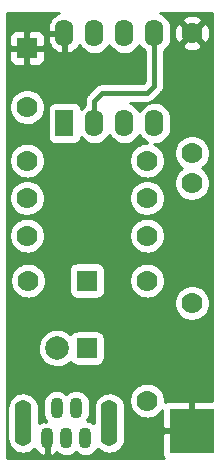
<source format=gtl>
G04 #@! TF.FileFunction,Copper,L1,Top,Signal*
%FSLAX46Y46*%
G04 Gerber Fmt 4.6, Leading zero omitted, Abs format (unit mm)*
G04 Created by KiCad (PCBNEW 4.0.0-rc1-stable) date mar 10 nov 2015 21:40:48 CET*
%MOMM*%
G01*
G04 APERTURE LIST*
%ADD10C,0.100000*%
%ADD11R,1.778000X1.778000*%
%ADD12C,1.778000*%
%ADD13R,1.699260X1.699260*%
%ADD14C,1.998980*%
%ADD15R,1.574800X2.286000*%
%ADD16O,1.574800X2.286000*%
%ADD17O,1.092200X1.778000*%
%ADD18O,1.397000X3.911600*%
%ADD19R,3.810000X3.810000*%
%ADD20C,0.381000*%
%ADD21C,0.254000*%
G04 APERTURE END LIST*
D10*
D11*
X133985000Y-85090000D03*
D12*
X133985000Y-90090000D03*
D11*
X139065000Y-104775000D03*
D12*
X134065000Y-104775000D03*
D13*
X139066340Y-110490000D03*
D14*
X136526340Y-110490000D03*
D15*
X137160000Y-91440000D03*
D16*
X139700000Y-91440000D03*
X142240000Y-91440000D03*
X144780000Y-91440000D03*
X144780000Y-83820000D03*
X142240000Y-83820000D03*
X139700000Y-83820000D03*
X137160000Y-83820000D03*
D12*
X147955000Y-83820000D03*
X147955000Y-93980000D03*
X144145000Y-100965000D03*
X133985000Y-100965000D03*
X133985000Y-94615000D03*
X144145000Y-94615000D03*
X133985000Y-97790000D03*
X144145000Y-97790000D03*
X144145000Y-114935000D03*
X144145000Y-104775000D03*
X147955000Y-96520000D03*
X147955000Y-106680000D03*
D17*
X135686800Y-118135400D03*
X136499600Y-115544600D03*
X137312400Y-118110000D03*
X138125200Y-115544600D03*
X138938000Y-118135400D03*
D18*
X140970000Y-116840000D03*
X133654800Y-116840000D03*
D19*
X147955000Y-117475000D03*
D20*
X139700000Y-91440000D02*
X139700000Y-89535000D01*
X139700000Y-89535000D02*
X140335000Y-88900000D01*
X140335000Y-88900000D02*
X144145000Y-88900000D01*
X144145000Y-88900000D02*
X144780000Y-88265000D01*
X144780000Y-88265000D02*
X144780000Y-83820000D01*
D21*
X132270500Y-82105500D02*
X136723996Y-82105500D01*
X145205088Y-82105500D02*
X149669500Y-82105500D01*
X132270500Y-82308700D02*
X136332219Y-82308700D01*
X145614230Y-82308700D02*
X147757788Y-82308700D01*
X148196671Y-82308700D02*
X149669500Y-82308700D01*
X132270500Y-82511900D02*
X136103511Y-82511900D01*
X145836903Y-82511900D02*
X147160341Y-82511900D01*
X148749660Y-82511900D02*
X149669500Y-82511900D01*
X132270500Y-82715100D02*
X135951883Y-82715100D01*
X145989444Y-82715100D02*
X147094213Y-82715100D01*
X148815788Y-82715100D02*
X149669500Y-82715100D01*
X132270500Y-82918300D02*
X135847838Y-82918300D01*
X146096445Y-82918300D02*
X147232905Y-82918300D01*
X148677095Y-82918300D02*
X149669500Y-82918300D01*
X132270500Y-83121500D02*
X135778501Y-83121500D01*
X146157795Y-83121500D02*
X146599788Y-83121500D01*
X147076895Y-83121500D02*
X147436105Y-83121500D01*
X148473895Y-83121500D02*
X148833105Y-83121500D01*
X149315481Y-83121500D02*
X149669500Y-83121500D01*
X132270500Y-83324700D02*
X135740006Y-83324700D01*
X146189547Y-83324700D02*
X146508670Y-83324700D01*
X147280095Y-83324700D02*
X147639305Y-83324700D01*
X148270695Y-83324700D02*
X148629905Y-83324700D01*
X149396312Y-83324700D02*
X149669500Y-83324700D01*
X132270500Y-83527900D02*
X135737600Y-83527900D01*
X146202400Y-83527900D02*
X146456618Y-83527900D01*
X147483295Y-83527900D02*
X147842505Y-83527900D01*
X148067495Y-83527900D02*
X148426705Y-83527900D01*
X149452742Y-83527900D02*
X149669500Y-83527900D01*
X132270500Y-83731100D02*
X132667874Y-83731100D01*
X133858000Y-83731100D02*
X134112000Y-83731100D01*
X135302126Y-83731100D02*
X137307000Y-83731100D01*
X146202400Y-83731100D02*
X146433584Y-83731100D01*
X147686495Y-83731100D02*
X148223505Y-83731100D01*
X149481777Y-83731100D02*
X149669500Y-83731100D01*
X132270500Y-83934300D02*
X132519152Y-83934300D01*
X133858000Y-83934300D02*
X134112000Y-83934300D01*
X135450849Y-83934300D02*
X137307000Y-83934300D01*
X146202400Y-83934300D02*
X146431852Y-83934300D01*
X147661095Y-83934300D02*
X148248905Y-83934300D01*
X149475033Y-83934300D02*
X149669500Y-83934300D01*
X132270500Y-84137500D02*
X132461191Y-84137500D01*
X133858000Y-84137500D02*
X134112000Y-84137500D01*
X135508810Y-84137500D02*
X135737600Y-84137500D01*
X137033000Y-84137500D02*
X137287000Y-84137500D01*
X146202400Y-84137500D02*
X146460888Y-84137500D01*
X147457895Y-84137500D02*
X147817105Y-84137500D01*
X148092895Y-84137500D02*
X148452105Y-84137500D01*
X149446875Y-84137500D02*
X149669500Y-84137500D01*
X132270500Y-84340700D02*
X132461000Y-84340700D01*
X133858000Y-84340700D02*
X134112000Y-84340700D01*
X135509000Y-84340700D02*
X135744817Y-84340700D01*
X137033000Y-84340700D02*
X137287000Y-84340700D01*
X146186934Y-84340700D02*
X146522624Y-84340700D01*
X147254695Y-84340700D02*
X147613905Y-84340700D01*
X148296095Y-84340700D02*
X148655305Y-84340700D01*
X149394824Y-84340700D02*
X149669500Y-84340700D01*
X132270500Y-84543900D02*
X132461000Y-84543900D01*
X133858000Y-84543900D02*
X134112000Y-84543900D01*
X135509000Y-84543900D02*
X135783312Y-84543900D01*
X137033000Y-84543900D02*
X137287000Y-84543900D01*
X146151026Y-84543900D02*
X146608095Y-84543900D01*
X147051495Y-84543900D02*
X147410705Y-84543900D01*
X148499295Y-84543900D02*
X148858505Y-84543900D01*
X149298033Y-84543900D02*
X149669500Y-84543900D01*
X132270500Y-84747100D02*
X132461000Y-84747100D01*
X133858000Y-84747100D02*
X134112000Y-84747100D01*
X135509000Y-84747100D02*
X135858088Y-84747100D01*
X137033000Y-84747100D02*
X137287000Y-84747100D01*
X146085973Y-84747100D02*
X147207505Y-84747100D01*
X148702495Y-84747100D02*
X149669500Y-84747100D01*
X132270500Y-84950300D02*
X132607050Y-84950300D01*
X133858000Y-84950300D02*
X134112000Y-84950300D01*
X135362950Y-84950300D02*
X135968520Y-84950300D01*
X137033000Y-84950300D02*
X137287000Y-84950300D01*
X138351479Y-84950300D02*
X138504062Y-84950300D01*
X140894263Y-84950300D02*
X141044062Y-84950300D01*
X143434263Y-84950300D02*
X143584062Y-84950300D01*
X145974263Y-84950300D02*
X147102478Y-84950300D01*
X148807521Y-84950300D02*
X149669500Y-84950300D01*
X132270500Y-85153500D02*
X136128450Y-85153500D01*
X137033000Y-85153500D02*
X137287000Y-85153500D01*
X138191549Y-85153500D02*
X138663813Y-85153500D01*
X140734612Y-85153500D02*
X141203813Y-85153500D01*
X143274612Y-85153500D02*
X143743813Y-85153500D01*
X145814612Y-85153500D02*
X147211218Y-85153500D01*
X148703977Y-85153500D02*
X149669500Y-85153500D01*
X132270500Y-85356700D02*
X132480050Y-85356700D01*
X133858000Y-85356700D02*
X134112000Y-85356700D01*
X135489950Y-85356700D02*
X136369491Y-85356700D01*
X137033000Y-85356700D02*
X137287000Y-85356700D01*
X137950508Y-85356700D02*
X138896473Y-85356700D01*
X140500889Y-85356700D02*
X141436473Y-85356700D01*
X143040889Y-85356700D02*
X143954500Y-85356700D01*
X145605500Y-85356700D02*
X149669500Y-85356700D01*
X132270500Y-85559900D02*
X132461000Y-85559900D01*
X133858000Y-85559900D02*
X134112000Y-85559900D01*
X135509000Y-85559900D02*
X139356966Y-85559900D01*
X140039608Y-85559900D02*
X141896966Y-85559900D01*
X142579608Y-85559900D02*
X143954500Y-85559900D01*
X145605500Y-85559900D02*
X149669500Y-85559900D01*
X132270500Y-85763100D02*
X132461000Y-85763100D01*
X133858000Y-85763100D02*
X134112000Y-85763100D01*
X135509000Y-85763100D02*
X143954500Y-85763100D01*
X145605500Y-85763100D02*
X149669500Y-85763100D01*
X132270500Y-85966300D02*
X132461000Y-85966300D01*
X133858000Y-85966300D02*
X134112000Y-85966300D01*
X135509000Y-85966300D02*
X143954500Y-85966300D01*
X145605500Y-85966300D02*
X149669500Y-85966300D01*
X132270500Y-86169500D02*
X132487588Y-86169500D01*
X133858000Y-86169500D02*
X134112000Y-86169500D01*
X135482411Y-86169500D02*
X143954500Y-86169500D01*
X145605500Y-86169500D02*
X149669500Y-86169500D01*
X132270500Y-86372700D02*
X132595353Y-86372700D01*
X133858000Y-86372700D02*
X134112000Y-86372700D01*
X135374646Y-86372700D02*
X143954500Y-86372700D01*
X145605500Y-86372700D02*
X149669500Y-86372700D01*
X132270500Y-86575900D02*
X132877709Y-86575900D01*
X133737350Y-86575900D02*
X134232650Y-86575900D01*
X135092290Y-86575900D02*
X143954500Y-86575900D01*
X145605500Y-86575900D02*
X149669500Y-86575900D01*
X132270500Y-86779100D02*
X143954500Y-86779100D01*
X145605500Y-86779100D02*
X149669500Y-86779100D01*
X132270500Y-86982300D02*
X143954500Y-86982300D01*
X145605500Y-86982300D02*
X149669500Y-86982300D01*
X132270500Y-87185500D02*
X143954500Y-87185500D01*
X145605500Y-87185500D02*
X149669500Y-87185500D01*
X132270500Y-87388700D02*
X143954500Y-87388700D01*
X145605500Y-87388700D02*
X149669500Y-87388700D01*
X132270500Y-87591900D02*
X143954500Y-87591900D01*
X145605500Y-87591900D02*
X149669500Y-87591900D01*
X132270500Y-87795100D02*
X143954500Y-87795100D01*
X145605500Y-87795100D02*
X149669500Y-87795100D01*
X132270500Y-87998300D02*
X143879267Y-87998300D01*
X145605500Y-87998300D02*
X149669500Y-87998300D01*
X132270500Y-88201500D02*
X139897318Y-88201500D01*
X145605500Y-88201500D02*
X149669500Y-88201500D01*
X132270500Y-88404700D02*
X139662867Y-88404700D01*
X145591597Y-88404700D02*
X149669500Y-88404700D01*
X132270500Y-88607900D02*
X133620947Y-88607900D01*
X134344247Y-88607900D02*
X139459667Y-88607900D01*
X145529014Y-88607900D02*
X149669500Y-88607900D01*
X132270500Y-88811100D02*
X133156005Y-88811100D01*
X134814427Y-88811100D02*
X139256467Y-88811100D01*
X145394615Y-88811100D02*
X149669500Y-88811100D01*
X132270500Y-89014300D02*
X132905185Y-89014300D01*
X135064654Y-89014300D02*
X139064449Y-89014300D01*
X145198133Y-89014300D02*
X149669500Y-89014300D01*
X132270500Y-89217500D02*
X132735316Y-89217500D01*
X135235096Y-89217500D02*
X138938032Y-89217500D01*
X144994933Y-89217500D02*
X149669500Y-89217500D01*
X132270500Y-89420700D02*
X132613712Y-89420700D01*
X135357582Y-89420700D02*
X138885823Y-89420700D01*
X144791733Y-89420700D02*
X149669500Y-89420700D01*
X132270500Y-89623900D02*
X132526621Y-89623900D01*
X135441335Y-89623900D02*
X138874500Y-89623900D01*
X144533680Y-89623900D02*
X149669500Y-89623900D01*
X132270500Y-89827100D02*
X132482768Y-89827100D01*
X135486599Y-89827100D02*
X135943053Y-89827100D01*
X138369955Y-89827100D02*
X138874500Y-89827100D01*
X142906907Y-89827100D02*
X144113015Y-89827100D01*
X145446907Y-89827100D02*
X149669500Y-89827100D01*
X132270500Y-90030300D02*
X132461620Y-90030300D01*
X135507812Y-90030300D02*
X135799881Y-90030300D01*
X138526132Y-90030300D02*
X138741155Y-90030300D01*
X143197043Y-90030300D02*
X143821155Y-90030300D01*
X145737043Y-90030300D02*
X149669500Y-90030300D01*
X132270500Y-90233500D02*
X132461815Y-90233500D01*
X135504975Y-90233500D02*
X135743553Y-90233500D01*
X143379766Y-90233500D02*
X143638823Y-90233500D01*
X145919766Y-90233500D02*
X149669500Y-90233500D01*
X132270500Y-90436700D02*
X132499109Y-90436700D01*
X135469136Y-90436700D02*
X135734528Y-90436700D01*
X143503465Y-90436700D02*
X143515917Y-90436700D01*
X146043466Y-90436700D02*
X149669500Y-90436700D01*
X132270500Y-90639900D02*
X132563546Y-90639900D01*
X135408466Y-90639900D02*
X135734528Y-90639900D01*
X146127120Y-90639900D02*
X149669500Y-90639900D01*
X132270500Y-90843100D02*
X132657199Y-90843100D01*
X135317995Y-90843100D02*
X135734528Y-90843100D01*
X146179585Y-90843100D02*
X149669500Y-90843100D01*
X132270500Y-91046300D02*
X132789787Y-91046300D01*
X135175515Y-91046300D02*
X135734528Y-91046300D01*
X146199508Y-91046300D02*
X149669500Y-91046300D01*
X132270500Y-91249500D02*
X132986015Y-91249500D01*
X134977413Y-91249500D02*
X135734528Y-91249500D01*
X146202400Y-91249500D02*
X149669500Y-91249500D01*
X132270500Y-91452700D02*
X133297255Y-91452700D01*
X134682053Y-91452700D02*
X135734528Y-91452700D01*
X146202400Y-91452700D02*
X149669500Y-91452700D01*
X132270500Y-91655900D02*
X135734528Y-91655900D01*
X146202400Y-91655900D02*
X149669500Y-91655900D01*
X132270500Y-91859100D02*
X135734528Y-91859100D01*
X146198330Y-91859100D02*
X149669500Y-91859100D01*
X132270500Y-92062300D02*
X135734528Y-92062300D01*
X146175538Y-92062300D02*
X149669500Y-92062300D01*
X132270500Y-92265500D02*
X135734528Y-92265500D01*
X146118797Y-92265500D02*
X149669500Y-92265500D01*
X132270500Y-92468700D02*
X135734528Y-92468700D01*
X140950119Y-92468700D02*
X140990040Y-92468700D01*
X143490119Y-92468700D02*
X143530040Y-92468700D01*
X146030118Y-92468700D02*
X147744018Y-92468700D01*
X148171997Y-92468700D02*
X149669500Y-92468700D01*
X132270500Y-92671900D02*
X135741617Y-92671900D01*
X138572838Y-92671900D02*
X138580949Y-92671900D01*
X140819864Y-92671900D02*
X141120950Y-92671900D01*
X143359864Y-92671900D02*
X143660950Y-92671900D01*
X145899864Y-92671900D02*
X147170627Y-92671900D01*
X148741136Y-92671900D02*
X149669500Y-92671900D01*
X132270500Y-92875100D02*
X135808533Y-92875100D01*
X138508670Y-92875100D02*
X138773660Y-92875100D01*
X140627253Y-92875100D02*
X141313660Y-92875100D01*
X143167253Y-92875100D02*
X143853660Y-92875100D01*
X145707253Y-92875100D02*
X146905003Y-92875100D01*
X149005657Y-92875100D02*
X149669500Y-92875100D01*
X132270500Y-93078300D02*
X135979847Y-93078300D01*
X138343857Y-93078300D02*
X139080070Y-93078300D01*
X140318399Y-93078300D02*
X141620070Y-93078300D01*
X142858399Y-93078300D02*
X144160070Y-93078300D01*
X145398399Y-93078300D02*
X146725309Y-93078300D01*
X149185696Y-93078300D02*
X149669500Y-93078300D01*
X132270500Y-93281500D02*
X133239442Y-93281500D01*
X134733479Y-93281500D02*
X143399442Y-93281500D01*
X144893479Y-93281500D02*
X146596227Y-93281500D01*
X149315547Y-93281500D02*
X149669500Y-93281500D01*
X132270500Y-93484700D02*
X132960941Y-93484700D01*
X135010434Y-93484700D02*
X143120941Y-93484700D01*
X145170434Y-93484700D02*
X146509136Y-93484700D01*
X149399300Y-93484700D02*
X149669500Y-93484700D01*
X132270500Y-93687900D02*
X132772701Y-93687900D01*
X135198820Y-93687900D02*
X142932701Y-93687900D01*
X145358820Y-93687900D02*
X146458975Y-93687900D01*
X149450817Y-93687900D02*
X149669500Y-93687900D01*
X132270500Y-93891100D02*
X132637114Y-93891100D01*
X135333826Y-93891100D02*
X142797114Y-93891100D01*
X145493826Y-93891100D02*
X146432028Y-93891100D01*
X149478219Y-93891100D02*
X149669500Y-93891100D01*
X132270500Y-94094300D02*
X132550022Y-94094300D01*
X135418831Y-94094300D02*
X142710022Y-94094300D01*
X145578831Y-94094300D02*
X146429191Y-94094300D01*
X149475382Y-94094300D02*
X149669500Y-94094300D01*
X132270500Y-94297500D02*
X132494374Y-94297500D01*
X135475788Y-94297500D02*
X142654374Y-94297500D01*
X145635788Y-94297500D02*
X146463750Y-94297500D01*
X149445770Y-94297500D02*
X149669500Y-94297500D01*
X132270500Y-94500700D02*
X132462383Y-94500700D01*
X135508574Y-94500700D02*
X142622383Y-94500700D01*
X145668574Y-94500700D02*
X146521985Y-94500700D01*
X149391466Y-94500700D02*
X149669500Y-94500700D01*
X132270500Y-94703900D02*
X132459545Y-94703900D01*
X135505737Y-94703900D02*
X142619545Y-94703900D01*
X145665737Y-94703900D02*
X146608381Y-94703900D01*
X149300996Y-94703900D02*
X149669500Y-94703900D01*
X132270500Y-94907100D02*
X132489088Y-94907100D01*
X135481541Y-94907100D02*
X142649088Y-94907100D01*
X145641541Y-94907100D02*
X146739334Y-94907100D01*
X149166113Y-94907100D02*
X149669500Y-94907100D01*
X132270500Y-95110300D02*
X132541929Y-95110300D01*
X135432775Y-95110300D02*
X142701929Y-95110300D01*
X145592775Y-95110300D02*
X146927817Y-95110300D01*
X148978076Y-95110300D02*
X149669500Y-95110300D01*
X132270500Y-95313500D02*
X132622381Y-95313500D01*
X135342305Y-95313500D02*
X142782381Y-95313500D01*
X145502305Y-95313500D02*
X147015366Y-95313500D01*
X148891764Y-95313500D02*
X149669500Y-95313500D01*
X132270500Y-95516700D02*
X132752965Y-95516700D01*
X135214031Y-95516700D02*
X142912965Y-95516700D01*
X145374031Y-95516700D02*
X146801253Y-95516700D01*
X149106550Y-95516700D02*
X149669500Y-95516700D01*
X132270500Y-95719900D02*
X132933289Y-95719900D01*
X135034749Y-95719900D02*
X143093289Y-95719900D01*
X145194749Y-95719900D02*
X146655743Y-95719900D01*
X149253199Y-95719900D02*
X149669500Y-95719900D01*
X132270500Y-95923100D02*
X133196653Y-95923100D01*
X134768088Y-95923100D02*
X143356653Y-95923100D01*
X144928088Y-95923100D02*
X146552681Y-95923100D01*
X149357423Y-95923100D02*
X149669500Y-95923100D01*
X132270500Y-96126300D02*
X133761371Y-96126300D01*
X134190735Y-96126300D02*
X143921371Y-96126300D01*
X144350735Y-96126300D02*
X146480571Y-96126300D01*
X149430700Y-96126300D02*
X149669500Y-96126300D01*
X132270500Y-96329500D02*
X133531424Y-96329500D01*
X134443521Y-96329500D02*
X143691424Y-96329500D01*
X144603521Y-96329500D02*
X146437379Y-96329500D01*
X149470935Y-96329500D02*
X149669500Y-96329500D01*
X132270500Y-96532700D02*
X133122996Y-96532700D01*
X134846450Y-96532700D02*
X143282996Y-96532700D01*
X145006450Y-96532700D02*
X146430610Y-96532700D01*
X149476801Y-96532700D02*
X149669500Y-96532700D01*
X132270500Y-96735900D02*
X132883128Y-96735900D01*
X135086104Y-96735900D02*
X143043128Y-96735900D01*
X145246104Y-96735900D02*
X146445103Y-96735900D01*
X149468853Y-96735900D02*
X149669500Y-96735900D01*
X132270500Y-96939100D02*
X132720526Y-96939100D01*
X135249447Y-96939100D02*
X142880526Y-96939100D01*
X145409447Y-96939100D02*
X146482397Y-96939100D01*
X149422687Y-96939100D02*
X149669500Y-96939100D01*
X132270500Y-97142300D02*
X132604454Y-97142300D01*
X135366485Y-97142300D02*
X142764454Y-97142300D01*
X145526485Y-97142300D02*
X146562212Y-97142300D01*
X149346231Y-97142300D02*
X149669500Y-97142300D01*
X132270500Y-97345500D02*
X132521368Y-97345500D01*
X135450238Y-97345500D02*
X142681368Y-97345500D01*
X145610238Y-97345500D02*
X146673857Y-97345500D01*
X149237784Y-97345500D02*
X149669500Y-97345500D01*
X132270500Y-97548700D02*
X132478177Y-97548700D01*
X135490876Y-97548700D02*
X142638177Y-97548700D01*
X145650876Y-97548700D02*
X146829703Y-97548700D01*
X149084767Y-97548700D02*
X149669500Y-97548700D01*
X132270500Y-97751900D02*
X132461319Y-97751900D01*
X135507510Y-97751900D02*
X142621319Y-97751900D01*
X145667510Y-97751900D02*
X147057015Y-97751900D01*
X148858160Y-97751900D02*
X149669500Y-97751900D01*
X132270500Y-97955100D02*
X132465780Y-97955100D01*
X135504673Y-97955100D02*
X142625780Y-97955100D01*
X145664673Y-97955100D02*
X147432972Y-97955100D01*
X148469587Y-97955100D02*
X149669500Y-97955100D01*
X132270500Y-98158300D02*
X132503074Y-98158300D01*
X135464228Y-98158300D02*
X142663074Y-98158300D01*
X145624228Y-98158300D02*
X149669500Y-98158300D01*
X132270500Y-98361500D02*
X132572099Y-98361500D01*
X135398849Y-98361500D02*
X142732099Y-98361500D01*
X145558849Y-98361500D02*
X149669500Y-98361500D01*
X132270500Y-98564700D02*
X132671119Y-98564700D01*
X135303619Y-98564700D02*
X142831119Y-98564700D01*
X145463619Y-98564700D02*
X149669500Y-98564700D01*
X132270500Y-98767900D02*
X132810646Y-98767900D01*
X135160277Y-98767900D02*
X142970646Y-98767900D01*
X145320277Y-98767900D02*
X149669500Y-98767900D01*
X132270500Y-98971100D02*
X133013924Y-98971100D01*
X134954731Y-98971100D02*
X143173924Y-98971100D01*
X145114731Y-98971100D02*
X149669500Y-98971100D01*
X132270500Y-99174300D02*
X133346695Y-99174300D01*
X134630558Y-99174300D02*
X143506695Y-99174300D01*
X144790558Y-99174300D02*
X149669500Y-99174300D01*
X132270500Y-99377500D02*
X149669500Y-99377500D01*
X132270500Y-99580700D02*
X133342821Y-99580700D01*
X134624795Y-99580700D02*
X143502821Y-99580700D01*
X144784795Y-99580700D02*
X149669500Y-99580700D01*
X132270500Y-99783900D02*
X133012816Y-99783900D01*
X134959422Y-99783900D02*
X143172816Y-99783900D01*
X145119422Y-99783900D02*
X149669500Y-99783900D01*
X132270500Y-99987100D02*
X132807484Y-99987100D01*
X135161773Y-99987100D02*
X142967484Y-99987100D01*
X145321773Y-99987100D02*
X149669500Y-99987100D01*
X132270500Y-100190300D02*
X132668351Y-100190300D01*
X135300075Y-100190300D02*
X142828351Y-100190300D01*
X145460075Y-100190300D02*
X149669500Y-100190300D01*
X132270500Y-100393500D02*
X132571795Y-100393500D01*
X135397892Y-100393500D02*
X142731795Y-100393500D01*
X145557892Y-100393500D02*
X149669500Y-100393500D01*
X132270500Y-100596700D02*
X132505172Y-100596700D01*
X135465729Y-100596700D02*
X142665172Y-100596700D01*
X145625729Y-100596700D02*
X149669500Y-100596700D01*
X132270500Y-100799900D02*
X132463092Y-100799900D01*
X135505964Y-100799900D02*
X142623092Y-100799900D01*
X145665964Y-100799900D02*
X149669500Y-100799900D01*
X132270500Y-101003100D02*
X132460255Y-101003100D01*
X135506446Y-101003100D02*
X142620255Y-101003100D01*
X145666446Y-101003100D02*
X149669500Y-101003100D01*
X132270500Y-101206300D02*
X132479765Y-101206300D01*
X135493082Y-101206300D02*
X142639765Y-101206300D01*
X145653082Y-101206300D02*
X149669500Y-101206300D01*
X132270500Y-101409500D02*
X132521816Y-101409500D01*
X135446916Y-101409500D02*
X142681816Y-101409500D01*
X145606916Y-101409500D02*
X149669500Y-101409500D01*
X132270500Y-101612700D02*
X132602268Y-101612700D01*
X135364922Y-101612700D02*
X142762268Y-101612700D01*
X145524922Y-101612700D02*
X149669500Y-101612700D01*
X132270500Y-101815900D02*
X132720226Y-101815900D01*
X135249866Y-101815900D02*
X142880226Y-101815900D01*
X145409866Y-101815900D02*
X149669500Y-101815900D01*
X132270500Y-102019100D02*
X132884231Y-102019100D01*
X135088094Y-102019100D02*
X143044231Y-102019100D01*
X145248094Y-102019100D02*
X149669500Y-102019100D01*
X132270500Y-102222300D02*
X133123561Y-102222300D01*
X134848136Y-102222300D02*
X143283561Y-102222300D01*
X145008136Y-102222300D02*
X149669500Y-102222300D01*
X132270500Y-102425500D02*
X133530322Y-102425500D01*
X134434102Y-102425500D02*
X143690322Y-102425500D01*
X144594102Y-102425500D02*
X149669500Y-102425500D01*
X132270500Y-102628700D02*
X149669500Y-102628700D01*
X132270500Y-102831900D02*
X149669500Y-102831900D01*
X132270500Y-103035100D02*
X149669500Y-103035100D01*
X132270500Y-103238300D02*
X149669500Y-103238300D01*
X132270500Y-103441500D02*
X133319442Y-103441500D01*
X134813479Y-103441500D02*
X137724804Y-103441500D01*
X140406357Y-103441500D02*
X143399442Y-103441500D01*
X144893479Y-103441500D02*
X149669500Y-103441500D01*
X132270500Y-103644700D02*
X133040941Y-103644700D01*
X135090434Y-103644700D02*
X137591831Y-103644700D01*
X140540598Y-103644700D02*
X143120941Y-103644700D01*
X145170434Y-103644700D02*
X149669500Y-103644700D01*
X132270500Y-103847900D02*
X132852701Y-103847900D01*
X135278820Y-103847900D02*
X137543343Y-103847900D01*
X140589034Y-103847900D02*
X142932701Y-103847900D01*
X145358820Y-103847900D02*
X149669500Y-103847900D01*
X132270500Y-104051100D02*
X132717114Y-104051100D01*
X135413826Y-104051100D02*
X137537928Y-104051100D01*
X140592072Y-104051100D02*
X142797114Y-104051100D01*
X145493826Y-104051100D02*
X149669500Y-104051100D01*
X132270500Y-104254300D02*
X132630022Y-104254300D01*
X135498831Y-104254300D02*
X137537928Y-104254300D01*
X140592072Y-104254300D02*
X142710022Y-104254300D01*
X145578831Y-104254300D02*
X149669500Y-104254300D01*
X132270500Y-104457500D02*
X132574374Y-104457500D01*
X135555788Y-104457500D02*
X137537928Y-104457500D01*
X140592072Y-104457500D02*
X142654374Y-104457500D01*
X145635788Y-104457500D02*
X149669500Y-104457500D01*
X132270500Y-104660700D02*
X132542383Y-104660700D01*
X135588574Y-104660700D02*
X137537928Y-104660700D01*
X140592072Y-104660700D02*
X142622383Y-104660700D01*
X145668574Y-104660700D02*
X149669500Y-104660700D01*
X132270500Y-104863900D02*
X132539545Y-104863900D01*
X135585737Y-104863900D02*
X137537928Y-104863900D01*
X140592072Y-104863900D02*
X142619545Y-104863900D01*
X145665737Y-104863900D02*
X149669500Y-104863900D01*
X132270500Y-105067100D02*
X132569088Y-105067100D01*
X135561541Y-105067100D02*
X137537928Y-105067100D01*
X140592072Y-105067100D02*
X142649088Y-105067100D01*
X145641541Y-105067100D02*
X149669500Y-105067100D01*
X132270500Y-105270300D02*
X132621929Y-105270300D01*
X135512775Y-105270300D02*
X137537928Y-105270300D01*
X140592072Y-105270300D02*
X142701929Y-105270300D01*
X145592775Y-105270300D02*
X147375689Y-105270300D01*
X148534370Y-105270300D02*
X149669500Y-105270300D01*
X132270500Y-105473500D02*
X132702381Y-105473500D01*
X135422305Y-105473500D02*
X137537928Y-105473500D01*
X140592072Y-105473500D02*
X142782381Y-105473500D01*
X145502305Y-105473500D02*
X147015366Y-105473500D01*
X148891765Y-105473500D02*
X149669500Y-105473500D01*
X132270500Y-105676700D02*
X132832965Y-105676700D01*
X135294031Y-105676700D02*
X137538940Y-105676700D01*
X140590267Y-105676700D02*
X142912965Y-105676700D01*
X145374031Y-105676700D02*
X146801253Y-105676700D01*
X149106550Y-105676700D02*
X149669500Y-105676700D01*
X132270500Y-105879900D02*
X133013289Y-105879900D01*
X135114749Y-105879900D02*
X137581536Y-105879900D01*
X140549619Y-105879900D02*
X143093289Y-105879900D01*
X145194749Y-105879900D02*
X146655743Y-105879900D01*
X149253199Y-105879900D02*
X149669500Y-105879900D01*
X132270500Y-106083100D02*
X133276653Y-106083100D01*
X134848088Y-106083100D02*
X137695620Y-106083100D01*
X140426844Y-106083100D02*
X143356653Y-106083100D01*
X144928088Y-106083100D02*
X146552681Y-106083100D01*
X149357423Y-106083100D02*
X149669500Y-106083100D01*
X132270500Y-106286300D02*
X133841371Y-106286300D01*
X134270735Y-106286300D02*
X138065015Y-106286300D01*
X140080011Y-106286300D02*
X143921371Y-106286300D01*
X144350735Y-106286300D02*
X146480571Y-106286300D01*
X149430700Y-106286300D02*
X149669500Y-106286300D01*
X132270500Y-106489500D02*
X146437379Y-106489500D01*
X149470935Y-106489500D02*
X149669500Y-106489500D01*
X132270500Y-106692700D02*
X146430610Y-106692700D01*
X149476801Y-106692700D02*
X149669500Y-106692700D01*
X132270500Y-106895900D02*
X146445103Y-106895900D01*
X149468853Y-106895900D02*
X149669500Y-106895900D01*
X132270500Y-107099100D02*
X146482397Y-107099100D01*
X149422687Y-107099100D02*
X149669500Y-107099100D01*
X132270500Y-107302300D02*
X146562212Y-107302300D01*
X149346231Y-107302300D02*
X149669500Y-107302300D01*
X132270500Y-107505500D02*
X146673857Y-107505500D01*
X149237784Y-107505500D02*
X149669500Y-107505500D01*
X132270500Y-107708700D02*
X146829703Y-107708700D01*
X149084767Y-107708700D02*
X149669500Y-107708700D01*
X132270500Y-107911900D02*
X147057015Y-107911900D01*
X148858160Y-107911900D02*
X149669500Y-107911900D01*
X132270500Y-108115100D02*
X147432972Y-108115100D01*
X148469587Y-108115100D02*
X149669500Y-108115100D01*
X132270500Y-108318300D02*
X149669500Y-108318300D01*
X132270500Y-108521500D02*
X149669500Y-108521500D01*
X132270500Y-108724700D02*
X149669500Y-108724700D01*
X132270500Y-108927900D02*
X136029269Y-108927900D01*
X137028302Y-108927900D02*
X149669500Y-108927900D01*
X132270500Y-109131100D02*
X135617804Y-109131100D01*
X137434760Y-109131100D02*
X137841454Y-109131100D01*
X140292332Y-109131100D02*
X149669500Y-109131100D01*
X132270500Y-109334300D02*
X135370292Y-109334300D01*
X140470832Y-109334300D02*
X149669500Y-109334300D01*
X132270500Y-109537500D02*
X135197518Y-109537500D01*
X140545437Y-109537500D02*
X149669500Y-109537500D01*
X132270500Y-109740700D02*
X135069123Y-109740700D01*
X140554042Y-109740700D02*
X149669500Y-109740700D01*
X132270500Y-109943900D02*
X134982032Y-109943900D01*
X140554042Y-109943900D02*
X149669500Y-109943900D01*
X132270500Y-110147100D02*
X134928149Y-110147100D01*
X140554042Y-110147100D02*
X149669500Y-110147100D01*
X132270500Y-110350300D02*
X134893572Y-110350300D01*
X140554042Y-110350300D02*
X149669500Y-110350300D01*
X132270500Y-110553500D02*
X134890734Y-110553500D01*
X140554042Y-110553500D02*
X149669500Y-110553500D01*
X132270500Y-110756700D02*
X134913426Y-110756700D01*
X140554042Y-110756700D02*
X149669500Y-110756700D01*
X132270500Y-110959900D02*
X134954372Y-110959900D01*
X140554042Y-110959900D02*
X149669500Y-110959900D01*
X132270500Y-111163100D02*
X135034824Y-111163100D01*
X140554042Y-111163100D02*
X149669500Y-111163100D01*
X132270500Y-111366300D02*
X135146483Y-111366300D01*
X140550251Y-111366300D02*
X149669500Y-111366300D01*
X132270500Y-111569500D02*
X135296495Y-111569500D01*
X140505291Y-111569500D02*
X149669500Y-111569500D01*
X132270500Y-111772700D02*
X135507839Y-111772700D01*
X137549607Y-111772700D02*
X137750942Y-111772700D01*
X140376907Y-111772700D02*
X149669500Y-111772700D01*
X132270500Y-111975900D02*
X135844593Y-111975900D01*
X137215509Y-111975900D02*
X138204029Y-111975900D01*
X139938566Y-111975900D02*
X149669500Y-111975900D01*
X132270500Y-112179100D02*
X149669500Y-112179100D01*
X132270500Y-112382300D02*
X149669500Y-112382300D01*
X132270500Y-112585500D02*
X149669500Y-112585500D01*
X132270500Y-112788700D02*
X149669500Y-112788700D01*
X132270500Y-112991900D02*
X149669500Y-112991900D01*
X132270500Y-113195100D02*
X149669500Y-113195100D01*
X132270500Y-113398300D02*
X149669500Y-113398300D01*
X132270500Y-113601500D02*
X143399442Y-113601500D01*
X144893479Y-113601500D02*
X149669500Y-113601500D01*
X132270500Y-113804700D02*
X143120941Y-113804700D01*
X145170434Y-113804700D02*
X149669500Y-113804700D01*
X132270500Y-114007900D02*
X142932701Y-114007900D01*
X145358820Y-114007900D02*
X149669500Y-114007900D01*
X132270500Y-114211100D02*
X135846560Y-114211100D01*
X137152573Y-114211100D02*
X137472160Y-114211100D01*
X138778173Y-114211100D02*
X142797114Y-114211100D01*
X145493826Y-114211100D02*
X149669500Y-114211100D01*
X132270500Y-114414300D02*
X133001212Y-114414300D01*
X134307379Y-114414300D02*
X135619662Y-114414300D01*
X139005862Y-114414300D02*
X140316412Y-114414300D01*
X141622579Y-114414300D02*
X142710022Y-114414300D01*
X145578831Y-114414300D02*
X149669500Y-114414300D01*
X132270500Y-114617500D02*
X132721728Y-114617500D01*
X134585258Y-114617500D02*
X135475329Y-114617500D01*
X139149791Y-114617500D02*
X140036928Y-114617500D01*
X141900458Y-114617500D02*
X142654374Y-114617500D01*
X145635788Y-114617500D02*
X149669500Y-114617500D01*
X132270500Y-114820700D02*
X132552357Y-114820700D01*
X134756108Y-114820700D02*
X135384934Y-114820700D01*
X139240265Y-114820700D02*
X139867557Y-114820700D01*
X142071308Y-114820700D02*
X142622383Y-114820700D01*
X145668574Y-114820700D02*
X149669500Y-114820700D01*
X132270500Y-115023900D02*
X132440646Y-115023900D01*
X134867421Y-115023900D02*
X135335882Y-115023900D01*
X139289590Y-115023900D02*
X139755846Y-115023900D01*
X142182621Y-115023900D02*
X142619545Y-115023900D01*
X145665737Y-115023900D02*
X145724327Y-115023900D01*
X147758150Y-115023900D02*
X148151850Y-115023900D01*
X132270500Y-115227100D02*
X132371318Y-115227100D01*
X134937527Y-115227100D02*
X135318500Y-115227100D01*
X139306300Y-115227100D02*
X139686518Y-115227100D01*
X142252728Y-115227100D02*
X142649088Y-115227100D01*
X147828000Y-115227100D02*
X148082000Y-115227100D01*
X132270500Y-115430300D02*
X132335030Y-115430300D01*
X134974587Y-115430300D02*
X135318500Y-115430300D01*
X139306300Y-115430300D02*
X139650230Y-115430300D01*
X142289787Y-115430300D02*
X142701929Y-115430300D01*
X147828000Y-115430300D02*
X148082000Y-115430300D01*
X132270500Y-115633500D02*
X132321300Y-115633500D01*
X134988300Y-115633500D02*
X135318500Y-115633500D01*
X139306300Y-115633500D02*
X139636500Y-115633500D01*
X142303500Y-115633500D02*
X142782381Y-115633500D01*
X147828000Y-115633500D02*
X148082000Y-115633500D01*
X132270500Y-115836700D02*
X132321300Y-115836700D01*
X134988300Y-115836700D02*
X135318500Y-115836700D01*
X139306300Y-115836700D02*
X139636500Y-115836700D01*
X142303500Y-115836700D02*
X142912965Y-115836700D01*
X145374031Y-115836700D02*
X145415000Y-115836700D01*
X147828000Y-115836700D02*
X148082000Y-115836700D01*
X132270500Y-116039900D02*
X132321300Y-116039900D01*
X134988300Y-116039900D02*
X135332720Y-116039900D01*
X139291767Y-116039900D02*
X139636500Y-116039900D01*
X142303500Y-116039900D02*
X143093289Y-116039900D01*
X145194749Y-116039900D02*
X145415000Y-116039900D01*
X147828000Y-116039900D02*
X148082000Y-116039900D01*
X132270500Y-116243100D02*
X132321300Y-116243100D01*
X134988300Y-116243100D02*
X135376866Y-116243100D01*
X139247923Y-116243100D02*
X139636500Y-116243100D01*
X142303500Y-116243100D02*
X143356653Y-116243100D01*
X144928088Y-116243100D02*
X145415000Y-116243100D01*
X147828000Y-116243100D02*
X148082000Y-116243100D01*
X132270500Y-116446300D02*
X132321300Y-116446300D01*
X134988300Y-116446300D02*
X135461504Y-116446300D01*
X139163434Y-116446300D02*
X139636500Y-116446300D01*
X142303500Y-116446300D02*
X143921371Y-116446300D01*
X144350735Y-116446300D02*
X145415000Y-116446300D01*
X147828000Y-116446300D02*
X148082000Y-116446300D01*
X132270500Y-116649500D02*
X132321300Y-116649500D01*
X134988300Y-116649500D02*
X135559798Y-116649500D01*
X139244465Y-116649500D02*
X139636500Y-116649500D01*
X142303500Y-116649500D02*
X145415000Y-116649500D01*
X147828000Y-116649500D02*
X148082000Y-116649500D01*
X132270500Y-116852700D02*
X132321300Y-116852700D01*
X142303500Y-116852700D02*
X145415000Y-116852700D01*
X147828000Y-116852700D02*
X148082000Y-116852700D01*
X132270500Y-117055900D02*
X132321300Y-117055900D01*
X142303500Y-117055900D02*
X145415000Y-117055900D01*
X147828000Y-117055900D02*
X148082000Y-117055900D01*
X132270500Y-117259100D02*
X132321300Y-117259100D01*
X142303500Y-117259100D02*
X145484850Y-117259100D01*
X147828000Y-117259100D02*
X148082000Y-117259100D01*
X132270500Y-117462300D02*
X132321300Y-117462300D01*
X142303500Y-117462300D02*
X148102000Y-117462300D01*
X132270500Y-117665500D02*
X132321300Y-117665500D01*
X142303500Y-117665500D02*
X145510250Y-117665500D01*
X132270500Y-117868700D02*
X132321300Y-117868700D01*
X142303500Y-117868700D02*
X145415000Y-117868700D01*
X132270500Y-118071900D02*
X132321300Y-118071900D01*
X135539800Y-118071900D02*
X135833800Y-118071900D01*
X142303500Y-118071900D02*
X145415000Y-118071900D01*
X132270500Y-118275100D02*
X132337504Y-118275100D01*
X135559800Y-118275100D02*
X135813800Y-118275100D01*
X142286921Y-118275100D02*
X145415000Y-118275100D01*
X132270500Y-118478300D02*
X132379741Y-118478300D01*
X135559800Y-118478300D02*
X135813800Y-118478300D01*
X142245425Y-118478300D02*
X145415000Y-118478300D01*
X132270500Y-118681500D02*
X132455685Y-118681500D01*
X135559800Y-118681500D02*
X135813800Y-118681500D01*
X142170190Y-118681500D02*
X145415000Y-118681500D01*
X132270500Y-118884700D02*
X132574207Y-118884700D01*
X135559800Y-118884700D02*
X135813800Y-118884700D01*
X142052264Y-118884700D02*
X145415000Y-118884700D01*
X132270500Y-119087900D02*
X132755045Y-119087900D01*
X134556315Y-119087900D02*
X134671645Y-119087900D01*
X135559800Y-119087900D02*
X135813800Y-119087900D01*
X139948307Y-119087900D02*
X140070245Y-119087900D01*
X141871515Y-119087900D02*
X145415000Y-119087900D01*
X132270500Y-119291100D02*
X133049197Y-119291100D01*
X134259803Y-119291100D02*
X134827249Y-119291100D01*
X135559800Y-119291100D02*
X135813800Y-119291100D01*
X139796625Y-119291100D02*
X140364397Y-119291100D01*
X141575003Y-119291100D02*
X145415000Y-119291100D01*
X132270500Y-119494300D02*
X135080353Y-119494300D01*
X135557522Y-119494300D02*
X135816077Y-119494300D01*
X136293246Y-119494300D02*
X136753379Y-119494300D01*
X137871665Y-119494300D02*
X138332003Y-119494300D01*
X139545850Y-119494300D02*
X145425295Y-119494300D01*
X132270500Y-119697500D02*
X145498438Y-119697500D01*
X136475354Y-82211159D02*
X136244014Y-82368808D01*
X136047875Y-82568560D01*
X135894474Y-82802738D01*
X135789707Y-83062344D01*
X135737600Y-83337400D01*
X135737600Y-83693000D01*
X137033000Y-83693000D01*
X137033000Y-83673000D01*
X137287000Y-83673000D01*
X137287000Y-83693000D01*
X137307000Y-83693000D01*
X137307000Y-83947000D01*
X137287000Y-83947000D01*
X137287000Y-85432852D01*
X137507060Y-85555010D01*
X137586996Y-85538328D01*
X137844646Y-85428841D01*
X138075986Y-85271192D01*
X138272125Y-85071440D01*
X138425526Y-84837262D01*
X138433480Y-84817554D01*
X138515253Y-84971347D01*
X138690707Y-85186475D01*
X138904604Y-85363426D01*
X139148798Y-85495461D01*
X139413987Y-85577551D01*
X139690070Y-85606568D01*
X139966531Y-85581408D01*
X140232840Y-85503029D01*
X140478854Y-85374417D01*
X140695201Y-85200469D01*
X140873641Y-84987812D01*
X140970413Y-84811786D01*
X141055253Y-84971347D01*
X141230707Y-85186475D01*
X141444604Y-85363426D01*
X141688798Y-85495461D01*
X141953987Y-85577551D01*
X142230070Y-85606568D01*
X142506531Y-85581408D01*
X142772840Y-85503029D01*
X143018854Y-85374417D01*
X143235201Y-85200469D01*
X143413641Y-84987812D01*
X143510413Y-84811786D01*
X143595253Y-84971347D01*
X143770707Y-85186475D01*
X143954500Y-85338522D01*
X143954500Y-87923067D01*
X143803066Y-88074500D01*
X140335000Y-88074500D01*
X140259138Y-88081939D01*
X140183148Y-88088587D01*
X140178977Y-88089799D01*
X140174660Y-88090222D01*
X140101666Y-88112260D01*
X140028436Y-88133535D01*
X140024584Y-88135532D01*
X140020426Y-88136787D01*
X139953095Y-88172588D01*
X139885401Y-88207677D01*
X139882007Y-88210387D01*
X139878175Y-88212424D01*
X139819086Y-88260615D01*
X139759490Y-88308190D01*
X139753453Y-88314143D01*
X139753324Y-88314249D01*
X139753225Y-88314369D01*
X139751284Y-88316283D01*
X139116283Y-88951283D01*
X139067867Y-89010226D01*
X139018869Y-89068620D01*
X139016777Y-89072425D01*
X139014023Y-89075778D01*
X138977991Y-89142977D01*
X138941254Y-89209801D01*
X138939942Y-89213937D01*
X138937890Y-89217764D01*
X138915593Y-89290695D01*
X138892539Y-89363369D01*
X138892055Y-89367683D01*
X138890786Y-89371834D01*
X138883078Y-89447716D01*
X138874580Y-89523474D01*
X138874521Y-89531950D01*
X138874504Y-89532119D01*
X138874519Y-89532277D01*
X138874500Y-89535000D01*
X138874500Y-89923087D01*
X138704799Y-90059531D01*
X138578535Y-90210007D01*
X138577408Y-90195879D01*
X138524294Y-90024366D01*
X138425500Y-89874441D01*
X138288850Y-89757975D01*
X138125163Y-89684190D01*
X137947400Y-89658928D01*
X136372600Y-89658928D01*
X136271479Y-89666992D01*
X136099966Y-89720106D01*
X135950041Y-89818900D01*
X135833575Y-89955550D01*
X135759790Y-90119237D01*
X135734528Y-90297000D01*
X135734528Y-92583000D01*
X135742592Y-92684121D01*
X135795706Y-92855634D01*
X135894500Y-93005559D01*
X136031150Y-93122025D01*
X136194837Y-93195810D01*
X136372600Y-93221072D01*
X137947400Y-93221072D01*
X138048521Y-93213008D01*
X138220034Y-93159894D01*
X138369959Y-93061100D01*
X138486425Y-92924450D01*
X138560210Y-92760763D01*
X138574042Y-92663430D01*
X138690707Y-92806475D01*
X138904604Y-92983426D01*
X139148798Y-93115461D01*
X139413987Y-93197551D01*
X139690070Y-93226568D01*
X139966531Y-93201408D01*
X140232840Y-93123029D01*
X140478854Y-92994417D01*
X140695201Y-92820469D01*
X140873641Y-92607812D01*
X140970413Y-92431786D01*
X141055253Y-92591347D01*
X141230707Y-92806475D01*
X141444604Y-92983426D01*
X141688798Y-93115461D01*
X141953987Y-93197551D01*
X142230070Y-93226568D01*
X142506531Y-93201408D01*
X142772840Y-93123029D01*
X143018854Y-92994417D01*
X143235201Y-92820469D01*
X143413641Y-92607812D01*
X143510413Y-92431786D01*
X143595253Y-92591347D01*
X143770707Y-92806475D01*
X143984604Y-92983426D01*
X144183871Y-93091169D01*
X144006208Y-93089929D01*
X143712630Y-93145932D01*
X143435520Y-93257891D01*
X143185435Y-93421542D01*
X142971899Y-93630652D01*
X142803047Y-93877255D01*
X142685309Y-94151959D01*
X142623170Y-94444299D01*
X142618997Y-94743142D01*
X142672949Y-95037104D01*
X142782971Y-95314988D01*
X142944872Y-95566210D01*
X143152486Y-95781200D01*
X143397904Y-95951770D01*
X143671779Y-96071423D01*
X143963679Y-96135602D01*
X144262486Y-96141861D01*
X144556817Y-96089962D01*
X144835462Y-95981883D01*
X145087808Y-95821739D01*
X145304243Y-95615631D01*
X145476522Y-95371410D01*
X145598084Y-95098377D01*
X145664299Y-94806932D01*
X145669065Y-94465564D01*
X145611014Y-94172384D01*
X145584536Y-94108142D01*
X146428997Y-94108142D01*
X146482949Y-94402104D01*
X146592971Y-94679988D01*
X146754872Y-94931210D01*
X146962486Y-95146200D01*
X147112110Y-95250192D01*
X146995435Y-95326542D01*
X146781899Y-95535652D01*
X146613047Y-95782255D01*
X146495309Y-96056959D01*
X146433170Y-96349299D01*
X146428997Y-96648142D01*
X146482949Y-96942104D01*
X146592971Y-97219988D01*
X146754872Y-97471210D01*
X146962486Y-97686200D01*
X147207904Y-97856770D01*
X147481779Y-97976423D01*
X147773679Y-98040602D01*
X148072486Y-98046861D01*
X148366817Y-97994962D01*
X148645462Y-97886883D01*
X148897808Y-97726739D01*
X149114243Y-97520631D01*
X149286522Y-97276410D01*
X149408084Y-97003377D01*
X149474299Y-96711932D01*
X149479065Y-96370564D01*
X149421014Y-96077384D01*
X149307123Y-95801063D01*
X149141730Y-95552127D01*
X148931135Y-95340056D01*
X148797865Y-95250165D01*
X148897808Y-95186739D01*
X149114243Y-94980631D01*
X149286522Y-94736410D01*
X149408084Y-94463377D01*
X149474299Y-94171932D01*
X149479065Y-93830564D01*
X149421014Y-93537384D01*
X149307123Y-93261063D01*
X149141730Y-93012127D01*
X148931135Y-92800056D01*
X148683359Y-92632929D01*
X148407840Y-92517112D01*
X148115072Y-92457015D01*
X147816208Y-92454929D01*
X147522630Y-92510932D01*
X147245520Y-92622891D01*
X146995435Y-92786542D01*
X146781899Y-92995652D01*
X146613047Y-93242255D01*
X146495309Y-93516959D01*
X146433170Y-93809299D01*
X146428997Y-94108142D01*
X145584536Y-94108142D01*
X145497123Y-93896063D01*
X145331730Y-93647127D01*
X145121135Y-93435056D01*
X144873359Y-93267929D01*
X144774094Y-93226202D01*
X145046531Y-93201408D01*
X145312840Y-93123029D01*
X145558854Y-92994417D01*
X145775201Y-92820469D01*
X145953641Y-92607812D01*
X146087378Y-92364546D01*
X146171317Y-92099937D01*
X146202261Y-91824063D01*
X146202400Y-91804203D01*
X146202400Y-91075797D01*
X146175311Y-90799518D01*
X146095074Y-90533762D01*
X145964747Y-90288653D01*
X145789293Y-90073525D01*
X145575396Y-89896574D01*
X145331202Y-89764539D01*
X145066013Y-89682449D01*
X144789930Y-89653432D01*
X144513469Y-89678592D01*
X144247160Y-89756971D01*
X144001146Y-89885583D01*
X143784799Y-90059531D01*
X143606359Y-90272188D01*
X143509587Y-90448214D01*
X143424747Y-90288653D01*
X143249293Y-90073525D01*
X143035396Y-89896574D01*
X142791202Y-89764539D01*
X142665088Y-89725500D01*
X144145000Y-89725500D01*
X144220858Y-89718062D01*
X144296852Y-89711413D01*
X144301023Y-89710201D01*
X144305340Y-89709778D01*
X144378334Y-89687740D01*
X144451564Y-89666465D01*
X144455416Y-89664468D01*
X144459574Y-89663213D01*
X144526884Y-89627423D01*
X144594600Y-89592323D01*
X144597996Y-89589612D01*
X144601825Y-89587576D01*
X144660892Y-89539403D01*
X144720510Y-89491810D01*
X144726551Y-89485853D01*
X144726676Y-89485751D01*
X144726772Y-89485635D01*
X144728717Y-89483717D01*
X145363717Y-88848716D01*
X145412112Y-88789799D01*
X145461131Y-88731380D01*
X145463223Y-88727575D01*
X145465977Y-88724222D01*
X145502018Y-88657007D01*
X145538746Y-88590199D01*
X145540057Y-88586065D01*
X145542111Y-88582235D01*
X145564413Y-88509286D01*
X145587461Y-88436631D01*
X145587945Y-88432316D01*
X145589214Y-88428165D01*
X145596922Y-88352289D01*
X145605420Y-88276526D01*
X145605479Y-88268050D01*
X145605496Y-88267881D01*
X145605481Y-88267723D01*
X145605500Y-88265000D01*
X145605500Y-85336913D01*
X145775201Y-85200469D01*
X145953641Y-84987812D01*
X146014983Y-84876231D01*
X147078374Y-84876231D01*
X147160727Y-85129289D01*
X147431418Y-85259086D01*
X147722230Y-85333580D01*
X148021988Y-85349908D01*
X148319171Y-85307443D01*
X148602359Y-85207816D01*
X148749273Y-85129289D01*
X148831626Y-84876231D01*
X147955000Y-83999605D01*
X147078374Y-84876231D01*
X146014983Y-84876231D01*
X146087378Y-84744546D01*
X146171317Y-84479937D01*
X146202261Y-84204063D01*
X146202400Y-84184203D01*
X146202400Y-83886988D01*
X146425092Y-83886988D01*
X146467557Y-84184171D01*
X146567184Y-84467359D01*
X146645711Y-84614273D01*
X146898769Y-84696626D01*
X147775395Y-83820000D01*
X148134605Y-83820000D01*
X149011231Y-84696626D01*
X149264289Y-84614273D01*
X149394086Y-84343582D01*
X149468580Y-84052770D01*
X149484908Y-83753012D01*
X149442443Y-83455829D01*
X149342816Y-83172641D01*
X149264289Y-83025727D01*
X149011231Y-82943374D01*
X148134605Y-83820000D01*
X147775395Y-83820000D01*
X146898769Y-82943374D01*
X146645711Y-83025727D01*
X146515914Y-83296418D01*
X146441420Y-83587230D01*
X146425092Y-83886988D01*
X146202400Y-83886988D01*
X146202400Y-83455797D01*
X146175311Y-83179518D01*
X146095074Y-82913762D01*
X146015322Y-82763769D01*
X147078374Y-82763769D01*
X147955000Y-83640395D01*
X148831626Y-82763769D01*
X148749273Y-82510711D01*
X148478582Y-82380914D01*
X148187770Y-82306420D01*
X147888012Y-82290092D01*
X147590829Y-82332557D01*
X147307641Y-82432184D01*
X147160727Y-82510711D01*
X147078374Y-82763769D01*
X146015322Y-82763769D01*
X145964747Y-82668653D01*
X145789293Y-82453525D01*
X145575396Y-82276574D01*
X145331202Y-82144539D01*
X145205088Y-82105500D01*
X149669500Y-82105500D01*
X149669500Y-114935000D01*
X148240750Y-114935000D01*
X148082000Y-115093750D01*
X148082000Y-117348000D01*
X148102000Y-117348000D01*
X148102000Y-117602000D01*
X148082000Y-117602000D01*
X148082000Y-117622000D01*
X147828000Y-117622000D01*
X147828000Y-117602000D01*
X145573750Y-117602000D01*
X145415000Y-117760750D01*
X145415000Y-119442542D01*
X145439403Y-119565223D01*
X145487270Y-119680785D01*
X145556763Y-119784789D01*
X145596474Y-119824500D01*
X132270500Y-119824500D01*
X132270500Y-115570164D01*
X132321300Y-115570164D01*
X132321300Y-118109836D01*
X132346696Y-118368848D01*
X132421918Y-118617993D01*
X132544100Y-118847784D01*
X132708587Y-119049466D01*
X132909116Y-119215358D01*
X133138048Y-119339141D01*
X133386663Y-119416100D01*
X133645490Y-119443304D01*
X133904673Y-119419716D01*
X134154338Y-119346236D01*
X134384976Y-119225661D01*
X134587801Y-119062585D01*
X134629471Y-119012925D01*
X134644207Y-119047620D01*
X134775309Y-119240080D01*
X134941439Y-119403266D01*
X135136213Y-119530906D01*
X135352146Y-119618095D01*
X135377670Y-119618228D01*
X135559800Y-119492731D01*
X135559800Y-118262400D01*
X135539800Y-118262400D01*
X135539800Y-118008400D01*
X135559800Y-118008400D01*
X135559800Y-117988400D01*
X135813800Y-117988400D01*
X135813800Y-118008400D01*
X135833800Y-118008400D01*
X135833800Y-118262400D01*
X135813800Y-118262400D01*
X135813800Y-119492731D01*
X135995930Y-119618228D01*
X136021454Y-119618095D01*
X136237387Y-119530906D01*
X136432161Y-119403266D01*
X136512640Y-119324213D01*
X136651937Y-119439450D01*
X136854705Y-119549087D01*
X137074907Y-119617250D01*
X137304154Y-119641345D01*
X137533716Y-119620453D01*
X137754848Y-119555371D01*
X137959127Y-119448576D01*
X138110625Y-119326768D01*
X138277537Y-119464850D01*
X138480305Y-119574487D01*
X138700507Y-119642650D01*
X138929754Y-119666745D01*
X139159316Y-119645853D01*
X139380448Y-119580771D01*
X139584727Y-119473976D01*
X139764372Y-119329538D01*
X139912542Y-119152957D01*
X139991321Y-119009658D01*
X140023787Y-119049466D01*
X140224316Y-119215358D01*
X140453248Y-119339141D01*
X140701863Y-119416100D01*
X140960690Y-119443304D01*
X141219873Y-119419716D01*
X141469538Y-119346236D01*
X141700176Y-119225661D01*
X141903001Y-119062585D01*
X142070289Y-118863219D01*
X142195667Y-118635158D01*
X142274360Y-118387086D01*
X142303370Y-118128455D01*
X142303500Y-118109836D01*
X142303500Y-115570164D01*
X142278104Y-115311152D01*
X142203225Y-115063142D01*
X142618997Y-115063142D01*
X142672949Y-115357104D01*
X142782971Y-115634988D01*
X142944872Y-115886210D01*
X143152486Y-116101200D01*
X143397904Y-116271770D01*
X143671779Y-116391423D01*
X143963679Y-116455602D01*
X144262486Y-116461861D01*
X144556817Y-116409962D01*
X144835462Y-116301883D01*
X145087808Y-116141739D01*
X145304243Y-115935631D01*
X145415000Y-115778623D01*
X145415000Y-117189250D01*
X145573750Y-117348000D01*
X147828000Y-117348000D01*
X147828000Y-115093750D01*
X147669250Y-114935000D01*
X145987458Y-114935000D01*
X145864777Y-114959403D01*
X145749215Y-115007270D01*
X145665186Y-115063416D01*
X145669065Y-114785564D01*
X145611014Y-114492384D01*
X145497123Y-114216063D01*
X145331730Y-113967127D01*
X145121135Y-113755056D01*
X144873359Y-113587929D01*
X144597840Y-113472112D01*
X144305072Y-113412015D01*
X144006208Y-113409929D01*
X143712630Y-113465932D01*
X143435520Y-113577891D01*
X143185435Y-113741542D01*
X142971899Y-113950652D01*
X142803047Y-114197255D01*
X142685309Y-114471959D01*
X142623170Y-114764299D01*
X142618997Y-115063142D01*
X142203225Y-115063142D01*
X142202882Y-115062007D01*
X142080700Y-114832216D01*
X141916213Y-114630534D01*
X141715684Y-114464642D01*
X141486752Y-114340859D01*
X141238137Y-114263900D01*
X140979310Y-114236696D01*
X140720127Y-114260284D01*
X140470462Y-114333764D01*
X140239824Y-114454339D01*
X140036999Y-114617415D01*
X139869711Y-114816781D01*
X139744333Y-115044842D01*
X139665640Y-115292914D01*
X139636630Y-115551545D01*
X139636500Y-115570164D01*
X139636500Y-116837417D01*
X139598463Y-116805950D01*
X139395695Y-116696313D01*
X139175493Y-116628150D01*
X139054994Y-116615485D01*
X139099742Y-116562157D01*
X139210791Y-116360159D01*
X139280490Y-116140438D01*
X139306185Y-115911365D01*
X139306300Y-115894874D01*
X139306300Y-115194326D01*
X139283806Y-114964916D01*
X139217181Y-114744244D01*
X139108963Y-114540715D01*
X138963274Y-114362083D01*
X138785663Y-114215150D01*
X138582895Y-114105513D01*
X138362693Y-114037350D01*
X138133446Y-114013255D01*
X137903884Y-114034147D01*
X137682752Y-114099229D01*
X137478473Y-114206024D01*
X137311404Y-114340351D01*
X137160063Y-114215150D01*
X136957295Y-114105513D01*
X136737093Y-114037350D01*
X136507846Y-114013255D01*
X136278284Y-114034147D01*
X136057152Y-114099229D01*
X135852873Y-114206024D01*
X135673228Y-114350462D01*
X135525058Y-114527043D01*
X135414009Y-114729041D01*
X135344310Y-114948762D01*
X135318615Y-115177835D01*
X135318500Y-115194326D01*
X135318500Y-115894874D01*
X135340994Y-116124284D01*
X135407619Y-116344956D01*
X135515837Y-116548485D01*
X135567149Y-116611400D01*
X135559798Y-116611400D01*
X135559798Y-116778068D01*
X135377670Y-116652572D01*
X135352146Y-116652705D01*
X135136213Y-116739894D01*
X134988300Y-116836825D01*
X134988300Y-115570164D01*
X134962904Y-115311152D01*
X134887682Y-115062007D01*
X134765500Y-114832216D01*
X134601013Y-114630534D01*
X134400484Y-114464642D01*
X134171552Y-114340859D01*
X133922937Y-114263900D01*
X133664110Y-114236696D01*
X133404927Y-114260284D01*
X133155262Y-114333764D01*
X132924624Y-114454339D01*
X132721799Y-114617415D01*
X132554511Y-114816781D01*
X132429133Y-115044842D01*
X132350440Y-115292914D01*
X132321430Y-115551545D01*
X132321300Y-115570164D01*
X132270500Y-115570164D01*
X132270500Y-110627432D01*
X134889701Y-110627432D01*
X134947565Y-110942707D01*
X135065563Y-111240737D01*
X135239203Y-111510172D01*
X135461869Y-111740750D01*
X135725080Y-111923686D01*
X136018811Y-112052014D01*
X136331873Y-112120846D01*
X136652343Y-112127558D01*
X136968014Y-112071897D01*
X137266861Y-111955982D01*
X137537502Y-111784228D01*
X137669993Y-111658059D01*
X137738610Y-111762189D01*
X137875260Y-111878655D01*
X138038947Y-111952440D01*
X138216710Y-111977702D01*
X139915970Y-111977702D01*
X140017091Y-111969638D01*
X140188604Y-111916524D01*
X140338529Y-111817730D01*
X140454995Y-111681080D01*
X140528780Y-111517393D01*
X140554042Y-111339630D01*
X140554042Y-109640370D01*
X140545978Y-109539249D01*
X140492864Y-109367736D01*
X140394070Y-109217811D01*
X140257420Y-109101345D01*
X140093733Y-109027560D01*
X139915970Y-109002298D01*
X138216710Y-109002298D01*
X138115589Y-109010362D01*
X137944076Y-109063476D01*
X137794151Y-109162270D01*
X137677685Y-109298920D01*
X137668148Y-109320078D01*
X137573245Y-109224510D01*
X137307505Y-109045266D01*
X137012011Y-108921052D01*
X136698017Y-108856598D01*
X136377485Y-108854360D01*
X136062623Y-108914424D01*
X135765423Y-109034500D01*
X135497207Y-109210016D01*
X135268189Y-109434286D01*
X135087095Y-109698768D01*
X134960821Y-109993388D01*
X134894177Y-110306924D01*
X134889701Y-110627432D01*
X132270500Y-110627432D01*
X132270500Y-106808142D01*
X146428997Y-106808142D01*
X146482949Y-107102104D01*
X146592971Y-107379988D01*
X146754872Y-107631210D01*
X146962486Y-107846200D01*
X147207904Y-108016770D01*
X147481779Y-108136423D01*
X147773679Y-108200602D01*
X148072486Y-108206861D01*
X148366817Y-108154962D01*
X148645462Y-108046883D01*
X148897808Y-107886739D01*
X149114243Y-107680631D01*
X149286522Y-107436410D01*
X149408084Y-107163377D01*
X149474299Y-106871932D01*
X149479065Y-106530564D01*
X149421014Y-106237384D01*
X149307123Y-105961063D01*
X149141730Y-105712127D01*
X148931135Y-105500056D01*
X148683359Y-105332929D01*
X148407840Y-105217112D01*
X148115072Y-105157015D01*
X147816208Y-105154929D01*
X147522630Y-105210932D01*
X147245520Y-105322891D01*
X146995435Y-105486542D01*
X146781899Y-105695652D01*
X146613047Y-105942255D01*
X146495309Y-106216959D01*
X146433170Y-106509299D01*
X146428997Y-106808142D01*
X132270500Y-106808142D01*
X132270500Y-104903142D01*
X132538997Y-104903142D01*
X132592949Y-105197104D01*
X132702971Y-105474988D01*
X132864872Y-105726210D01*
X133072486Y-105941200D01*
X133317904Y-106111770D01*
X133591779Y-106231423D01*
X133883679Y-106295602D01*
X134182486Y-106301861D01*
X134476817Y-106249962D01*
X134755462Y-106141883D01*
X135007808Y-105981739D01*
X135224243Y-105775631D01*
X135396522Y-105531410D01*
X135518084Y-105258377D01*
X135584299Y-104966932D01*
X135589065Y-104625564D01*
X135531014Y-104332384D01*
X135417123Y-104056063D01*
X135304134Y-103886000D01*
X137537928Y-103886000D01*
X137537928Y-105664000D01*
X137545992Y-105765121D01*
X137599106Y-105936634D01*
X137697900Y-106086559D01*
X137834550Y-106203025D01*
X137998237Y-106276810D01*
X138176000Y-106302072D01*
X139954000Y-106302072D01*
X140055121Y-106294008D01*
X140226634Y-106240894D01*
X140376559Y-106142100D01*
X140493025Y-106005450D01*
X140566810Y-105841763D01*
X140592072Y-105664000D01*
X140592072Y-104903142D01*
X142618997Y-104903142D01*
X142672949Y-105197104D01*
X142782971Y-105474988D01*
X142944872Y-105726210D01*
X143152486Y-105941200D01*
X143397904Y-106111770D01*
X143671779Y-106231423D01*
X143963679Y-106295602D01*
X144262486Y-106301861D01*
X144556817Y-106249962D01*
X144835462Y-106141883D01*
X145087808Y-105981739D01*
X145304243Y-105775631D01*
X145476522Y-105531410D01*
X145598084Y-105258377D01*
X145664299Y-104966932D01*
X145669065Y-104625564D01*
X145611014Y-104332384D01*
X145497123Y-104056063D01*
X145331730Y-103807127D01*
X145121135Y-103595056D01*
X144873359Y-103427929D01*
X144597840Y-103312112D01*
X144305072Y-103252015D01*
X144006208Y-103249929D01*
X143712630Y-103305932D01*
X143435520Y-103417891D01*
X143185435Y-103581542D01*
X142971899Y-103790652D01*
X142803047Y-104037255D01*
X142685309Y-104311959D01*
X142623170Y-104604299D01*
X142618997Y-104903142D01*
X140592072Y-104903142D01*
X140592072Y-103886000D01*
X140584008Y-103784879D01*
X140530894Y-103613366D01*
X140432100Y-103463441D01*
X140295450Y-103346975D01*
X140131763Y-103273190D01*
X139954000Y-103247928D01*
X138176000Y-103247928D01*
X138074879Y-103255992D01*
X137903366Y-103309106D01*
X137753441Y-103407900D01*
X137636975Y-103544550D01*
X137563190Y-103708237D01*
X137537928Y-103886000D01*
X135304134Y-103886000D01*
X135251730Y-103807127D01*
X135041135Y-103595056D01*
X134793359Y-103427929D01*
X134517840Y-103312112D01*
X134225072Y-103252015D01*
X133926208Y-103249929D01*
X133632630Y-103305932D01*
X133355520Y-103417891D01*
X133105435Y-103581542D01*
X132891899Y-103790652D01*
X132723047Y-104037255D01*
X132605309Y-104311959D01*
X132543170Y-104604299D01*
X132538997Y-104903142D01*
X132270500Y-104903142D01*
X132270500Y-101093142D01*
X132458997Y-101093142D01*
X132512949Y-101387104D01*
X132622971Y-101664988D01*
X132784872Y-101916210D01*
X132992486Y-102131200D01*
X133237904Y-102301770D01*
X133511779Y-102421423D01*
X133803679Y-102485602D01*
X134102486Y-102491861D01*
X134396817Y-102439962D01*
X134675462Y-102331883D01*
X134927808Y-102171739D01*
X135144243Y-101965631D01*
X135316522Y-101721410D01*
X135438084Y-101448377D01*
X135504299Y-101156932D01*
X135505189Y-101093142D01*
X142618997Y-101093142D01*
X142672949Y-101387104D01*
X142782971Y-101664988D01*
X142944872Y-101916210D01*
X143152486Y-102131200D01*
X143397904Y-102301770D01*
X143671779Y-102421423D01*
X143963679Y-102485602D01*
X144262486Y-102491861D01*
X144556817Y-102439962D01*
X144835462Y-102331883D01*
X145087808Y-102171739D01*
X145304243Y-101965631D01*
X145476522Y-101721410D01*
X145598084Y-101448377D01*
X145664299Y-101156932D01*
X145669065Y-100815564D01*
X145611014Y-100522384D01*
X145497123Y-100246063D01*
X145331730Y-99997127D01*
X145121135Y-99785056D01*
X144873359Y-99617929D01*
X144597840Y-99502112D01*
X144305072Y-99442015D01*
X144006208Y-99439929D01*
X143712630Y-99495932D01*
X143435520Y-99607891D01*
X143185435Y-99771542D01*
X142971899Y-99980652D01*
X142803047Y-100227255D01*
X142685309Y-100501959D01*
X142623170Y-100794299D01*
X142618997Y-101093142D01*
X135505189Y-101093142D01*
X135509065Y-100815564D01*
X135451014Y-100522384D01*
X135337123Y-100246063D01*
X135171730Y-99997127D01*
X134961135Y-99785056D01*
X134713359Y-99617929D01*
X134437840Y-99502112D01*
X134145072Y-99442015D01*
X133846208Y-99439929D01*
X133552630Y-99495932D01*
X133275520Y-99607891D01*
X133025435Y-99771542D01*
X132811899Y-99980652D01*
X132643047Y-100227255D01*
X132525309Y-100501959D01*
X132463170Y-100794299D01*
X132458997Y-101093142D01*
X132270500Y-101093142D01*
X132270500Y-97918142D01*
X132458997Y-97918142D01*
X132512949Y-98212104D01*
X132622971Y-98489988D01*
X132784872Y-98741210D01*
X132992486Y-98956200D01*
X133237904Y-99126770D01*
X133511779Y-99246423D01*
X133803679Y-99310602D01*
X134102486Y-99316861D01*
X134396817Y-99264962D01*
X134675462Y-99156883D01*
X134927808Y-98996739D01*
X135144243Y-98790631D01*
X135316522Y-98546410D01*
X135438084Y-98273377D01*
X135504299Y-97981932D01*
X135505189Y-97918142D01*
X142618997Y-97918142D01*
X142672949Y-98212104D01*
X142782971Y-98489988D01*
X142944872Y-98741210D01*
X143152486Y-98956200D01*
X143397904Y-99126770D01*
X143671779Y-99246423D01*
X143963679Y-99310602D01*
X144262486Y-99316861D01*
X144556817Y-99264962D01*
X144835462Y-99156883D01*
X145087808Y-98996739D01*
X145304243Y-98790631D01*
X145476522Y-98546410D01*
X145598084Y-98273377D01*
X145664299Y-97981932D01*
X145669065Y-97640564D01*
X145611014Y-97347384D01*
X145497123Y-97071063D01*
X145331730Y-96822127D01*
X145121135Y-96610056D01*
X144873359Y-96442929D01*
X144597840Y-96327112D01*
X144305072Y-96267015D01*
X144006208Y-96264929D01*
X143712630Y-96320932D01*
X143435520Y-96432891D01*
X143185435Y-96596542D01*
X142971899Y-96805652D01*
X142803047Y-97052255D01*
X142685309Y-97326959D01*
X142623170Y-97619299D01*
X142618997Y-97918142D01*
X135505189Y-97918142D01*
X135509065Y-97640564D01*
X135451014Y-97347384D01*
X135337123Y-97071063D01*
X135171730Y-96822127D01*
X134961135Y-96610056D01*
X134713359Y-96442929D01*
X134437840Y-96327112D01*
X134145072Y-96267015D01*
X133846208Y-96264929D01*
X133552630Y-96320932D01*
X133275520Y-96432891D01*
X133025435Y-96596542D01*
X132811899Y-96805652D01*
X132643047Y-97052255D01*
X132525309Y-97326959D01*
X132463170Y-97619299D01*
X132458997Y-97918142D01*
X132270500Y-97918142D01*
X132270500Y-94743142D01*
X132458997Y-94743142D01*
X132512949Y-95037104D01*
X132622971Y-95314988D01*
X132784872Y-95566210D01*
X132992486Y-95781200D01*
X133237904Y-95951770D01*
X133511779Y-96071423D01*
X133803679Y-96135602D01*
X134102486Y-96141861D01*
X134396817Y-96089962D01*
X134675462Y-95981883D01*
X134927808Y-95821739D01*
X135144243Y-95615631D01*
X135316522Y-95371410D01*
X135438084Y-95098377D01*
X135504299Y-94806932D01*
X135509065Y-94465564D01*
X135451014Y-94172384D01*
X135337123Y-93896063D01*
X135171730Y-93647127D01*
X134961135Y-93435056D01*
X134713359Y-93267929D01*
X134437840Y-93152112D01*
X134145072Y-93092015D01*
X133846208Y-93089929D01*
X133552630Y-93145932D01*
X133275520Y-93257891D01*
X133025435Y-93421542D01*
X132811899Y-93630652D01*
X132643047Y-93877255D01*
X132525309Y-94151959D01*
X132463170Y-94444299D01*
X132458997Y-94743142D01*
X132270500Y-94743142D01*
X132270500Y-90218142D01*
X132458997Y-90218142D01*
X132512949Y-90512104D01*
X132622971Y-90789988D01*
X132784872Y-91041210D01*
X132992486Y-91256200D01*
X133237904Y-91426770D01*
X133511779Y-91546423D01*
X133803679Y-91610602D01*
X134102486Y-91616861D01*
X134396817Y-91564962D01*
X134675462Y-91456883D01*
X134927808Y-91296739D01*
X135144243Y-91090631D01*
X135316522Y-90846410D01*
X135438084Y-90573377D01*
X135504299Y-90281932D01*
X135509065Y-89940564D01*
X135451014Y-89647384D01*
X135337123Y-89371063D01*
X135171730Y-89122127D01*
X134961135Y-88910056D01*
X134713359Y-88742929D01*
X134437840Y-88627112D01*
X134145072Y-88567015D01*
X133846208Y-88564929D01*
X133552630Y-88620932D01*
X133275520Y-88732891D01*
X133025435Y-88896542D01*
X132811899Y-89105652D01*
X132643047Y-89352255D01*
X132525309Y-89626959D01*
X132463170Y-89919299D01*
X132458997Y-90218142D01*
X132270500Y-90218142D01*
X132270500Y-85375750D01*
X132461000Y-85375750D01*
X132461000Y-86041542D01*
X132485403Y-86164223D01*
X132533270Y-86279785D01*
X132602763Y-86383789D01*
X132691211Y-86472237D01*
X132795215Y-86541730D01*
X132910777Y-86589597D01*
X133033458Y-86614000D01*
X133699250Y-86614000D01*
X133858000Y-86455250D01*
X133858000Y-85217000D01*
X134112000Y-85217000D01*
X134112000Y-86455250D01*
X134270750Y-86614000D01*
X134936542Y-86614000D01*
X135059223Y-86589597D01*
X135174785Y-86541730D01*
X135278789Y-86472237D01*
X135367237Y-86383789D01*
X135436730Y-86279785D01*
X135484597Y-86164223D01*
X135509000Y-86041542D01*
X135509000Y-85375750D01*
X135350250Y-85217000D01*
X134112000Y-85217000D01*
X133858000Y-85217000D01*
X132619750Y-85217000D01*
X132461000Y-85375750D01*
X132270500Y-85375750D01*
X132270500Y-84138458D01*
X132461000Y-84138458D01*
X132461000Y-84804250D01*
X132619750Y-84963000D01*
X133858000Y-84963000D01*
X133858000Y-83724750D01*
X134112000Y-83724750D01*
X134112000Y-84963000D01*
X135350250Y-84963000D01*
X135509000Y-84804250D01*
X135509000Y-84138458D01*
X135484597Y-84015777D01*
X135456109Y-83947000D01*
X135737600Y-83947000D01*
X135737600Y-84302600D01*
X135789707Y-84577656D01*
X135894474Y-84837262D01*
X136047875Y-85071440D01*
X136244014Y-85271192D01*
X136475354Y-85428841D01*
X136733004Y-85538328D01*
X136812940Y-85555010D01*
X137033000Y-85432852D01*
X137033000Y-83947000D01*
X135737600Y-83947000D01*
X135456109Y-83947000D01*
X135436730Y-83900215D01*
X135367237Y-83796211D01*
X135278789Y-83707763D01*
X135174785Y-83638270D01*
X135059223Y-83590403D01*
X134936542Y-83566000D01*
X134270750Y-83566000D01*
X134112000Y-83724750D01*
X133858000Y-83724750D01*
X133699250Y-83566000D01*
X133033458Y-83566000D01*
X132910777Y-83590403D01*
X132795215Y-83638270D01*
X132691211Y-83707763D01*
X132602763Y-83796211D01*
X132533270Y-83900215D01*
X132485403Y-84015777D01*
X132461000Y-84138458D01*
X132270500Y-84138458D01*
X132270500Y-82105500D01*
X136723996Y-82105500D01*
X136475354Y-82211159D01*
M02*

</source>
